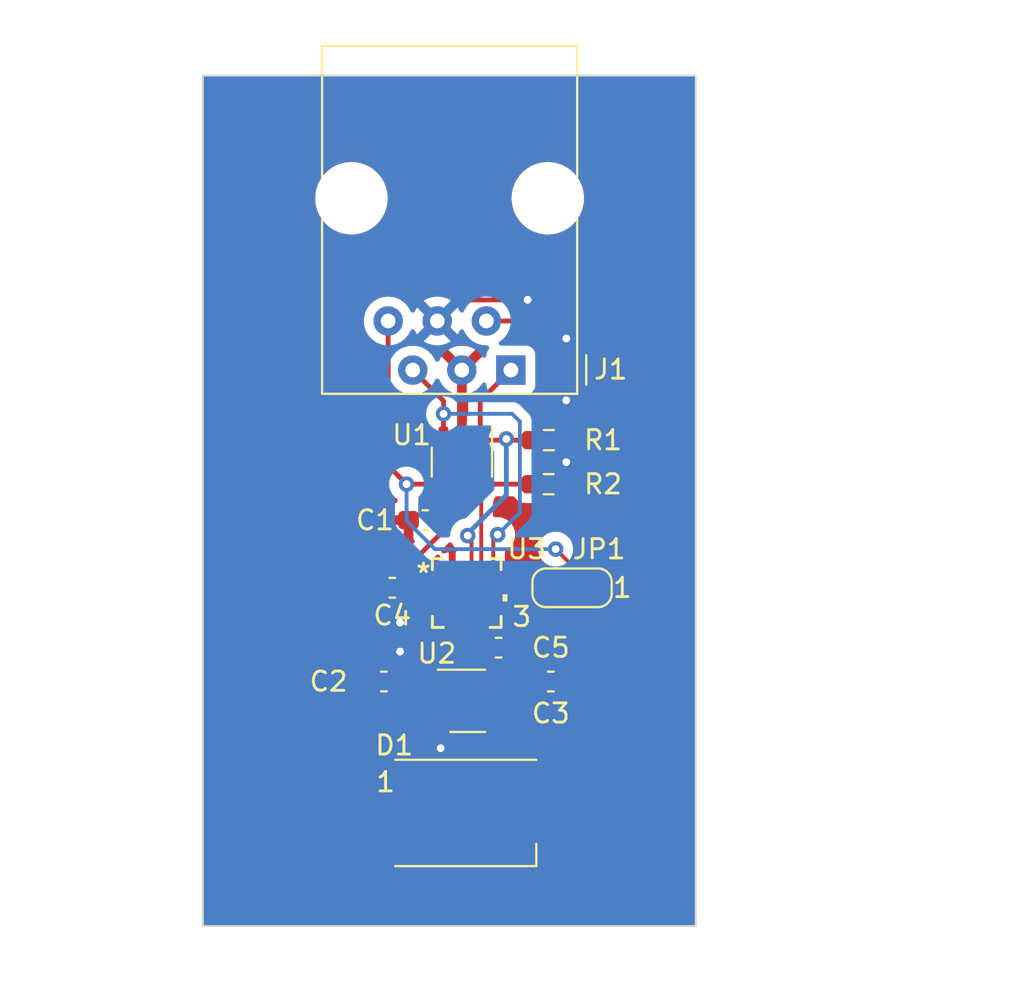
<source format=kicad_pcb>
(kicad_pcb (version 20221018) (generator pcbnew)
  (layers (0 "F.Cu" signal) (31 "B.Cu" signal) (34 "B.Paste" user) (35 "F.Paste" user) (36 "B.SilkS" user "B.Silkscreen") (37 "F.SilkS" user "F.Silkscreen") (38 "B.Mask" user) (39 "F.Mask" user) (44 "Edge.Cuts" user))
  (net 0 "")
  (net 1 "+3V3")
  (net 2 "GND")
  (net 3 "+1V8")
  (net 5 "Net-(D1-DIN)")
  (net 6 "/SCL")
  (net 7 "/SDA")
  (net 8 "/EXT1")
  (net 9 "/EXT2")
  (net 10 "Net-(JP1-B)")
  (footprint "Capacitor_SMD:C_0603_1608Metric_Pad1.08x0.95mm_HandSolder" (layer "F.Cu") (at 136.8625 102.35 180)
    (fp_text reference "C2" (at 2.8625 0) (layer "F.SilkS"))
    (fp_text value "1uF")
    (fp_line (start -0.146267 -0.51) (end 0.146267 -0.51) (stroke (width 0.12)) (layer "F.SilkS"))
    (fp_line (start -0.146267 0.51) (end 0.146267 0.51) (stroke (width 0.12)) (layer "F.SilkS"))
    (pad "1" smd roundrect (at -0.8625 0 180) (size 1.075 0.95) (layers "F.Cu" "F.Paste" "F.Mask") (net 1 "+3V3"))
    (pad "2" smd roundrect (at 0.8625 0 180) (size 1.075 0.95) (layers "F.Cu" "F.Paste" "F.Mask") (net 2 "GND"))
  )
  (footprint "Resistor_SMD:R_0603_1608Metric_Pad0.98x0.95mm_HandSolder" (layer "F.Cu") (at 145.3875 92.14 180)
    (fp_text reference "R2" (at -2.8125 0) (layer "F.SilkS"))
    (fp_text value "10K")
    (fp_line (start -0.254724 -0.5225) (end 0.254724 -0.5225) (stroke (width 0.12)) (layer "F.SilkS"))
    (fp_line (start -0.254724 0.5225) (end 0.254724 0.5225) (stroke (width 0.12)) (layer "F.SilkS"))
    (pad "1" smd roundrect (at -0.9125 0 180) (size 0.975 0.95) (layers "F.Cu" "F.Paste" "F.Mask") (net 1 "+3V3"))
    (pad "2" smd roundrect (at 0.9125 0 180) (size 0.975 0.95) (layers "F.Cu" "F.Paste" "F.Mask") (net 7 "/SDA"))
  )
  (footprint "Capacitor_SMD:C_0603_1608Metric_Pad1.08x0.95mm_HandSolder" (layer "F.Cu") (at 139 94 180)
    (fp_text reference "C1" (at 2.6 0) (layer "F.SilkS"))
    (fp_text value "100n")
    (fp_line (start -0.146267 -0.51) (end 0.146267 -0.51) (stroke (width 0.12)) (layer "F.SilkS"))
    (fp_line (start -0.146267 0.51) (end 0.146267 0.51) (stroke (width 0.12)) (layer "F.SilkS"))
    (pad "1" smd roundrect (at -0.8625 0 180) (size 1.075 0.95) (layers "F.Cu" "F.Paste" "F.Mask") (net 1 "+3V3"))
    (pad "2" smd roundrect (at 0.8625 0 180) (size 1.075 0.95) (layers "F.Cu" "F.Paste" "F.Mask") (net 2 "GND"))
  )
  (footprint "FIS1100:LGA16_FIS1100_ONS" (layer "F.Cu") (at 141.150063 97.7716)
    (fp_text reference "U3" (at 3.099937 -2.2716 unlocked) (layer "F.SilkS"))
    (fp_text value "FIS1100")
    (fp_text user "*" (at -2.2352 -1.000252) (layer "F.SilkS"))
    (fp_text user "*" (at -2.2352 -1.000252 unlocked) (layer "F.SilkS"))
    (fp_line (start -1.778 -1.778) (end -1.778 -1.209242) (stroke (width 0.1524)) (layer "F.SilkS"))
    (fp_line (start -1.778 1.209242) (end -1.778 1.778) (stroke (width 0.1524)) (layer "F.SilkS"))
    (fp_line (start -1.778 1.778) (end -1.209242 1.778) (stroke (width 0.1524)) (layer "F.SilkS"))
    (fp_line (start -1.209242 -1.778) (end -1.778 -1.778) (stroke (width 0.1524)) (layer "F.SilkS"))
    (fp_line (start 1.209242 1.778) (end 1.778 1.778) (stroke (width 0.1524)) (layer "F.SilkS"))
    (fp_line (start 1.778 -1.778) (end 1.209242 -1.778) (stroke (width 0.1524)) (layer "F.SilkS"))
    (fp_line (start 1.778 -1.209242) (end 1.778 -1.778) (stroke (width 0.1524)) (layer "F.SilkS"))
    (fp_line (start 1.778 1.778) (end 1.778 1.209242) (stroke (width 0.1524)) (layer "F.SilkS"))
    (fp_poly (pts (xy 2.1082 0.059563) (xy 2.1082 0.440563) (xy 1.8542 0.440563) (xy 1.8542 0.059563)) (fill solid) (layer "F.SilkS"))
    (pad "1" smd rect (at -1.3716 -0.750189 90) (size 0.3556 0.4572) (layers "F.Cu" "F.Paste" "F.Mask") (net 2 "GND"))
    (pad "2" smd rect (at -1.3716 -0.250063 90) (size 0.3556 0.4572) (layers "F.Cu" "F.Paste" "F.Mask") (net 1 "+3V3"))
    (pad "3" smd rect (at -1.3716 0.250063 90) (size 0.3556 0.4572) (layers "F.Cu" "F.Paste" "F.Mask") (net 2 "GND"))
    (pad "4" smd rect (at -1.3716 0.750189 90) (size 0.3556 0.4572) (layers "F.Cu" "F.Paste" "F.Mask"))
    (pad "5" smd rect (at -0.750189 1.3716) (size 0.3556 0.4572) (layers "F.Cu" "F.Paste" "F.Mask"))
    (pad "6" smd rect (at -0.250063 1.3716) (size 0.3556 0.4572) (layers "F.Cu" "F.Paste" "F.Mask"))
    (pad "7" smd rect (at 0.250063 1.3716) (size 0.3556 0.4572) (layers "F.Cu" "F.Paste" "F.Mask"))
    (pad "8" smd rect (at 0.750189 1.3716) (size 0.3556 0.4572) (layers "F.Cu" "F.Paste" "F.Mask") (net 3 "+1V8"))
    (pad "9" smd rect (at 1.3716 0.750189 90) (size 0.3556 0.4572) (layers "F.Cu" "F.Paste" "F.Mask") (net 2 "GND"))
    (pad "10" smd rect (at 1.3716 0.250063 90) (size 0.3556 0.4572) (layers "F.Cu" "F.Paste" "F.Mask") (net 2 "GND"))
    (pad "11" smd rect (at 1.3716 -0.250063 90) (size 0.3556 0.4572) (layers "F.Cu" "F.Paste" "F.Mask") (net 10 "Net-(JP1-B)"))
    (pad "12" smd rect (at 1.3716 -0.750189 90) (size 0.3556 0.4572) (layers "F.Cu" "F.Paste" "F.Mask") (net 8 "/EXT1"))
    (pad "13" smd rect (at 0.750189 -1.3716) (size 0.3556 0.4572) (layers "F.Cu" "F.Paste" "F.Mask") (net 7 "/SDA"))
    (pad "14" smd rect (at 0.250063 -1.3716) (size 0.3556 0.4572) (layers "F.Cu" "F.Paste" "F.Mask") (net 6 "/SCL"))
    (pad "15" smd rect (at -0.250063 -1.3716) (size 0.3556 0.4572) (layers "F.Cu" "F.Paste" "F.Mask") (net 2 "GND"))
    (pad "16" smd rect (at -0.750189 -1.3716) (size 0.3556 0.4572) (layers "F.Cu" "F.Paste" "F.Mask") (net 2 "GND"))
    (pad "17" smd rect (at 0 0) (size 0.5588 0.5588) (layers "F.Cu" "F.Paste" "F.Mask"))
  )
  (footprint "Connector_RJ:RJ12_Amphenol_54601" (layer "F.Cu") (at 143.435 86.235 180)
    (fp_text reference "J1" (at -5.165 0.035) (layer "F.SilkS"))
    (fp_text value "RJ25")
    (fp_line (start -3.9 0.77) (end -3.9 -0.76) (stroke (width 0.12)) (layer "F.SilkS"))
    (fp_line (start -3.43 -1.23) (end 9.77 -1.23) (stroke (width 0.12)) (layer "F.SilkS"))
    (fp_line (start -3.43 7.72) (end -3.43 7.79) (stroke (width 0.1)) (layer "F.SilkS"))
    (fp_line (start -3.43 7.79) (end -3.43 -1.23) (stroke (width 0.12)) (layer "F.SilkS"))
    (fp_line (start -3.43 16.77) (end -3.43 9.99) (stroke (width 0.12)) (layer "F.SilkS"))
    (fp_line (start 9.77 -1.23) (end 9.77 7.79) (stroke (width 0.12)) (layer "F.SilkS"))
    (fp_line (start 9.77 16.65) (end 9.77 16.77) (stroke (width 0.1)) (layer "F.SilkS"))
    (fp_line (start 9.77 16.76) (end 9.77 16.77) (stroke (width 0.1)) (layer "F.SilkS"))
    (fp_line (start 9.77 16.77) (end -3.43 16.77) (stroke (width 0.12)) (layer "F.SilkS"))
    (fp_line (start 9.77 16.77) (end 9.77 9.99) (stroke (width 0.12)) (layer "F.SilkS"))
    (pad "" np_thru_hole circle (at -1.91 8.89 180) (size 3.25 3.25) (drill 3.25) (layers "*.Cu" "*.Mask"))
    (pad "" np_thru_hole circle (at 8.25 8.89 180) (size 3.25 3.25) (drill 3.25) (layers "*.Cu" "*.Mask"))
    (pad "1" thru_hole rect (at 0 0 180) (size 1.52 1.52) (drill 0.76) (layers "*.Cu" "*.Mask") (net 6 "/SCL"))
    (pad "2" thru_hole circle (at 1.27 2.54 180) (size 1.52 1.52) (drill 0.76) (layers "*.Cu" "*.Mask") (net 7 "/SDA"))
    (pad "3" thru_hole circle (at 2.54 0 180) (size 1.52 1.52) (drill 0.76) (layers "*.Cu" "*.Mask") (net 2 "GND"))
    (pad "4" thru_hole circle (at 3.81 2.54 180) (size 1.52 1.52) (drill 0.76) (layers "*.Cu" "*.Mask") (net 1 "+3V3"))
    (pad "5" thru_hole circle (at 5.08 0 180) (size 1.52 1.52) (drill 0.76) (layers "*.Cu" "*.Mask") (net 8 "/EXT1"))
    (pad "6" thru_hole circle (at 6.35 2.54 180) (size 1.52 1.52) (drill 0.76) (layers "*.Cu" "*.Mask") (net 9 "/EXT2"))
  )
  (footprint "Capacitor_SMD:C_0603_1608Metric_Pad1.08x0.95mm_HandSolder" (layer "F.Cu") (at 137.3 97.5 180)
    (fp_text reference "C4" (at 0 -1.43) (layer "F.SilkS"))
    (fp_text value "100n")
    (fp_line (start -0.146267 -0.51) (end 0.146267 -0.51) (stroke (width 0.12)) (layer "F.SilkS"))
    (fp_line (start -0.146267 0.51) (end 0.146267 0.51) (stroke (width 0.12)) (layer "F.SilkS"))
    (pad "1" smd roundrect (at -0.8625 0 180) (size 1.075 0.95) (layers "F.Cu" "F.Paste" "F.Mask") (net 1 "+3V3"))
    (pad "2" smd roundrect (at 0.8625 0 180) (size 1.075 0.95) (layers "F.Cu" "F.Paste" "F.Mask") (net 2 "GND"))
  )
  (footprint "Resistor_SMD:R_0603_1608Metric_Pad0.98x0.95mm_HandSolder" (layer "F.Cu") (at 145.4 89.86 180)
    (fp_text reference "R1" (at -2.8 0) (layer "F.SilkS"))
    (fp_text value "10K")
    (fp_line (start -0.254724 -0.5225) (end 0.254724 -0.5225) (stroke (width 0.12)) (layer "F.SilkS"))
    (fp_line (start -0.254724 0.5225) (end 0.254724 0.5225) (stroke (width 0.12)) (layer "F.SilkS"))
    (pad "1" smd roundrect (at -0.9125 0 180) (size 0.975 0.95) (layers "F.Cu" "F.Paste" "F.Mask") (net 1 "+3V3"))
    (pad "2" smd roundrect (at 0.9125 0 180) (size 0.975 0.95) (layers "F.Cu" "F.Paste" "F.Mask") (net 6 "/SCL"))
  )
  (footprint "Jumper:SolderJumper-3_P1.3mm_Bridged12_RoundedPad1.0x1.5mm_NumberLabels" (layer "F.Cu") (at 146.6 97.5 180)
    (fp_text reference "JP1" (at -1.4 2) (layer "F.SilkS"))
    (fp_text value "SolderJumper_3_Bridged12")
    (fp_text user "1" (at -2.6 0) (layer "F.SilkS"))
    (fp_text user "3" (at 2.6 -1.5) (layer "F.SilkS"))
    (fp_poly (pts (xy -0.9 -0.3) (xy -0.4 -0.3) (xy -0.4 0.3) (xy -0.9 0.3)) (fill solid) (layer "F.Cu"))
    (fp_line (start -2.05 0.3) (end -2.05 -0.3) (stroke (width 0.12)) (layer "F.SilkS"))
    (fp_line (start -1.4 -1) (end 1.4 -1) (stroke (width 0.12)) (layer "F.SilkS"))
    (fp_line (start 1.4 1) (end -1.4 1) (stroke (width 0.12)) (layer "F.SilkS"))
    (fp_line (start 2.05 -0.3) (end 2.05 0.3) (stroke (width 0.12)) (layer "F.SilkS"))
    (fp_arc (start -2.05 -0.3) (mid -1.844975 -0.794975) (end -1.35 -1) (stroke (width 0.12)) (layer "F.SilkS"))
    (fp_arc (start -1.35 1) (mid -1.844975 0.794975) (end -2.05 0.3) (stroke (width 0.12)) (layer "F.SilkS"))
    (fp_arc (start 1.35 -1) (mid 1.844975 -0.794975) (end 2.05 -0.3) (stroke (width 0.12)) (layer "F.SilkS"))
    (fp_arc (start 2.05 0.3) (mid 1.844975 0.794975) (end 1.35 1) (stroke (width 0.12)) (layer "F.SilkS"))
    (pad "1" smd custom (at -1.3 0 180) (size 1 0.5) (layers "F.Cu" "F.Mask") (net 5 "Net-(D1-DIN)") (options (clearance outline) (anchor rect)) (primitives (gr_poly (pts (xy 0.55 0.75) (xy 0 0.75) (xy 0 -0.75) (xy 0.55 -0.75)) (width 0) (fill yes)) (gr_circle (center 0 0.25) (end 0.5 0.25) (width 0) (fill yes)) (gr_circle (center 0 -0.25) (end 0.5 -0.25) (width 0) (fill yes))))
    (pad "2" smd rect (at 0 0 180) (size 1 1.5) (layers "F.Cu" "F.Mask") (net 9 "/EXT2"))
    (pad "3" smd custom (at 1.3 0 180) (size 1 0.5) (layers "F.Cu" "F.Mask") (net 10 "Net-(JP1-B)") (options (clearance outline) (anchor rect)) (primitives (gr_circle (center 0 0.25) (end 0.5 0.25) (width 0) (fill yes)) (gr_circle (center 0 -0.25) (end 0.5 -0.25) (width 0) (fill yes)) (gr_poly (pts (xy 0 0.75) (xy -0.55 0.75) (xy -0.55 -0.75) (xy 0 -0.75)) (width 0) (fill yes))))
  )
  (footprint "Capacitor_SMD:C_0603_1608Metric_Pad1.08x0.95mm_HandSolder" (layer "F.Cu") (at 142.8 100.6)
    (fp_text reference "C5" (at 2.7 0) (layer "F.SilkS"))
    (fp_text value "100n")
    (fp_line (start -0.146267 -0.51) (end 0.146267 -0.51) (stroke (width 0.12)) (layer "F.SilkS"))
    (fp_line (start -0.146267 0.51) (end 0.146267 0.51) (stroke (width 0.12)) (layer "F.SilkS"))
    (pad "1" smd roundrect (at -0.8625 0) (size 1.075 0.95) (layers "F.Cu" "F.Paste" "F.Mask") (net 3 "+1V8"))
    (pad "2" smd roundrect (at 0.8625 0) (size 1.075 0.95) (layers "F.Cu" "F.Paste" "F.Mask") (net 2 "GND"))
  )
  (footprint "Capacitor_SMD:C_0603_1608Metric_Pad1.08x0.95mm_HandSolder" (layer "F.Cu") (at 145.5 102.35)
    (fp_text reference "C3" (at 0 1.65) (layer "F.SilkS"))
    (fp_text value "1uF")
    (fp_line (start -0.146267 -0.51) (end 0.146267 -0.51) (stroke (width 0.12)) (layer "F.SilkS"))
    (fp_line (start -0.146267 0.51) (end 0.146267 0.51) (stroke (width 0.12)) (layer "F.SilkS"))
    (pad "1" smd roundrect (at -0.8625 0) (size 1.075 0.95) (layers "F.Cu" "F.Paste" "F.Mask") (net 3 "+1V8"))
    (pad "2" smd roundrect (at 0.8625 0) (size 1.075 0.95) (layers "F.Cu" "F.Paste" "F.Mask") (net 2 "GND"))
  )
  (footprint "Package_SO:SC-74-6_1.5x2.9mm_P0.95mm" (layer "F.Cu") (at 140.9 91 -90)
    (fp_text reference "U1" (at -1.4 2.6 -180) (layer "F.SilkS"))
    (fp_text value "D1213A-04SO-7")
    (fp_line (start 0 -1.56) (end -1.85 -1.56) (stroke (width 0.12)) (layer "F.SilkS"))
    (fp_line (start 0 -1.56) (end 0.75 -1.56) (stroke (width 0.12)) (layer "F.SilkS"))
    (fp_line (start 0 1.56) (end -0.75 1.56) (stroke (width 0.12)) (layer "F.SilkS"))
    (fp_line (start 0 1.56) (end 0.75 1.56) (stroke (width 0.12)) (layer "F.SilkS"))
    (pad "1" smd roundrect (at -1.1375 -0.95 270) (size 1.425 0.5) (layers "F.Cu" "F.Paste" "F.Mask") (net 6 "/SCL"))
    (pad "2" smd roundrect (at -1.1375 0 270) (size 1.425 0.5) (layers "F.Cu" "F.Paste" "F.Mask") (net 2 "GND"))
    (pad "3" smd roundrect (at -1.1375 0.95 270) (size 1.425 0.5) (layers "F.Cu" "F.Paste" "F.Mask") (net 8 "/EXT1"))
    (pad "4" smd roundrect (at 1.1375 0.95 270) (size 1.425 0.5) (layers "F.Cu" "F.Paste" "F.Mask") (net 9 "/EXT2"))
    (pad "5" smd roundrect (at 1.1375 0 270) (size 1.425 0.5) (layers "F.Cu" "F.Paste" "F.Mask") (net 1 "+3V3"))
    (pad "6" smd roundrect (at 1.1375 -0.95 270) (size 1.425 0.5) (layers "F.Cu" "F.Paste" "F.Mask") (net 7 "/SDA"))
  )
  (footprint "LED_SMD:LED_WS2812B_PLCC4_5.0x5.0mm_P3.2mm" (layer "F.Cu") (at 141.1 109.15)
    (fp_text reference "D1" (at -3.7 -3.5) (layer "F.SilkS"))
    (fp_text value "WS2812B")
    (fp_text user "1" (at -4.15 -1.6) (layer "F.SilkS"))
    (fp_line (start -3.65 -2.75) (end 3.65 -2.75) (stroke (width 0.12)) (layer "F.SilkS"))
    (fp_line (start -3.65 2.75) (end 3.65 2.75) (stroke (width 0.12)) (layer "F.SilkS"))
    (fp_line (start 3.65 2.75) (end 3.65 1.6) (stroke (width 0.12)) (layer "F.SilkS"))
    (pad "1" smd rect (at -2.45 -1.65) (size 1.5 0.9) (layers "F.Cu" "F.Paste" "F.Mask") (net 1 "+3V3"))
    (pad "2" smd rect (at -2.45 1.65) (size 1.5 0.9) (layers "F.Cu" "F.Paste" "F.Mask"))
    (pad "3" smd rect (at 2.45 1.65) (size 1.5 0.9) (layers "F.Cu" "F.Paste" "F.Mask") (net 2 "GND"))
    (pad "4" smd rect (at 2.45 -1.65) (size 1.5 0.9) (layers "F.Cu" "F.Paste" "F.Mask") (net 5 "Net-(D1-DIN)"))
  )
  (footprint "Package_TO_SOT_SMD:SOT-23-5_HandSoldering" (layer "F.Cu") (at 141.2 103.35)
    (fp_text reference "U2" (at -1.6 -2.45) (layer "F.SilkS"))
    (fp_text value "MIC94310")
    (fp_line (start -0.9 1.61) (end 0.9 1.61) (stroke (width 0.12)) (layer "F.SilkS"))
    (fp_line (start 0.9 -1.61) (end -1.55 -1.61) (stroke (width 0.12)) (layer "F.SilkS"))
    (pad "1" smd rect (at -1.35 -0.95) (size 1.56 0.65) (layers "F.Cu" "F.Paste" "F.Mask") (net 1 "+3V3"))
    (pad "2" smd rect (at -1.35 0) (size 1.56 0.65) (layers "F.Cu" "F.Paste" "F.Mask") (net 2 "GND"))
    (pad "3" smd rect (at -1.35 0.95) (size 1.56 0.65) (layers "F.Cu" "F.Paste" "F.Mask") (net 1 "+3V3"))
    (pad "4" smd rect (at 1.35 0.95) (size 1.56 0.65) (layers "F.Cu" "F.Paste" "F.Mask"))
    (pad "5" smd rect (at 1.35 -0.95) (size 1.56 0.65) (layers "F.Cu" "F.Paste" "F.Mask") (net 3 "+1V8"))
  )
  (gr_rect (start 127.5 71) (end 153 115) (stroke (width 0.1)) (fill none) (layer "Edge.Cuts"))
  (segment (start 137.725 102.35) (end 137.725 100.825) (width 0.25) (layer "F.Cu") (net 1))
  (segment (start 146.3 87.8) (end 146.3 89.8475) (width 0.25) (layer "F.Cu") (net 1))
  (segment (start 139.85 105.75) (end 139.85 104.3) (width 0.25) (layer "F.Cu") (net 1))
  (segment (start 146.3125 91.0125) (end 146.3125 92.1275) (width 0.25) (layer "F.Cu") (net 1))
  (segment (start 146.3 89.8475) (end 146.3125 89.86) (width 0.25) (layer "F.Cu") (net 1))
  (segment (start 146.3 91) (end 146.3125 91.0125) (width 0.25) (layer "F.Cu") (net 1))
  (segment (start 139.85 105.85) (end 139.8 105.8) (width 0.25) (layer "F.Cu") (net 1))
  (segment (start 139.8 105.8) (end 139.85 105.75) (width 0.25) (layer "F.Cu") (net 1))
  (segment (start 139.8625 94.6375) (end 138.1625 96.3375) (width 0.25) (layer "F.Cu") (net 1))
  (segment (start 139.85 106.3) (end 139.85 105.85) (width 0.25) (layer "F.Cu") (net 1))
  (segment (start 137.7 99.3) (end 137.725 99.275) (width 0.25) (layer "F.Cu") (net 1))
  (segment (start 140.9 92.9625) (end 139.8625 94) (width 0.25) (layer "F.Cu") (net 1))
  (segment (start 146.3 84.6) (end 146.3 87.8) (width 0.25) (layer "F.Cu") (net 1))
  (segment (start 146.3125 92.1275) (end 146.3 92.14) (width 0.25) (layer "F.Cu") (net 1))
  (segment (start 140.9 92.1375) (end 140.9 92.9625) (width 0.25) (layer "F.Cu") (net 1))
  (segment (start 137.725 99.325) (end 137.7 99.3) (width 0.25) (layer "F.Cu") (net 1))
  (segment (start 138.65 107.5) (end 139.85 106.3) (width 0.25) (layer "F.Cu") (net 1))
  (segment (start 139.756926 97.5) (end 139.778463 97.521537) (width 0.2) (layer "F.Cu") (net 1))
  (segment (start 137.725 99.275) (end 137.725 97.9375) (width 0.25) (layer "F.Cu") (net 1))
  (segment (start 139.625 83.695) (end 140.71 82.61) (width 0.25) (layer "F.Cu") (net 1))
  (segment (start 144.3 82.6) (end 144.31 82.61) (width 0.25) (layer "F.Cu") (net 1))
  (segment (start 138.1625 97.5) (end 139.756926 97.5) (width 0.2) (layer "F.Cu") (net 1))
  (segment (start 137.725 97.9375) (end 138.1625 97.5) (width 0.25) (layer "F.Cu") (net 1))
  (segment (start 137.725 100.775) (end 137.725 99.325) (width 0.25) (layer "F.Cu") (net 1))
  (segment (start 140.71 82.61) (end 144.3 82.6) (width 0.25) (layer "F.Cu") (net 1))
  (segment (start 137.725 100.825) (end 137.7 100.8) (width 0.25) (layer "F.Cu") (net 1))
  (segment (start 137.7 100.8) (end 137.725 100.775) (width 0.25) (layer "F.Cu") (net 1))
  (segment (start 144.31 82.61) (end 146.3 84.6) (width 0.25) (layer "F.Cu") (net 1))
  (segment (start 139.8625 94) (end 139.8625 94.6375) (width 0.25) (layer "F.Cu") (net 1))
  (segment (start 146.3125 90.9875) (end 146.3 91) (width 0.25) (layer "F.Cu") (net 1))
  (segment (start 137.725 102.35) (end 139.8 102.35) (width 0.25) (layer "F.Cu") (net 1))
  (segment (start 146.3125 89.86) (end 146.3125 90.9875) (width 0.25) (layer "F.Cu") (net 1))
  (segment (start 138.1625 96.3375) (end 138.1625 97.5) (width 0.25) (layer "F.Cu") (net 1))
  (segment (start 139.8 102.35) (end 139.85 102.4) (width 0.25) (layer "F.Cu") (net 1))
  (via (at 137.7 99.3) (size 0.8) (drill 0.4) (layers "F.Cu" "B.Cu") (net 1))
  (via (at 146.3 91) (size 0.8) (drill 0.4) (layers "F.Cu" "B.Cu") (net 1))
  (via (at 146.3 87.8) (size 0.8) (drill 0.4) (layers "F.Cu" "B.Cu") (net 1))
  (via (at 137.7 100.8) (size 0.8) (drill 0.4) (layers "F.Cu" "B.Cu") (net 1))
  (via (at 144.3 82.6) (size 0.8) (drill 0.4) (layers "F.Cu" "B.Cu") (net 1))
  (via (at 139.8 105.8) (size 0.8) (drill 0.4) (layers "F.Cu" "B.Cu") (net 1))
  (via (at 146.3 84.6) (size 0.8) (drill 0.4) (layers "F.Cu" "B.Cu") (net 1))
  (segment (start 143.421789 98.521789) (end 143.7 98.8) (width 0.2) (layer "F.Cu") (net 2))
  (segment (start 142.521663 98.721663) (end 143 99.2) (width 0.2) (layer "F.Cu") (net 2))
  (segment (start 142.521663 98.521789) (end 142.521663 98.721663) (width 0.2) (layer "F.Cu") (net 2))
  (segment (start 140.278337 98.021663) (end 139.778463 98.021663) (width 0.2) (layer "F.Cu") (net 2))
  (segment (start 140.399874 96.4) (end 139.781137 97.018737) (width 0.25) (layer "F.Cu") (net 2))
  (segment (start 139.778463 97.021411) (end 140.321411 97.021411) (width 0.2) (layer "F.Cu") (net 2))
  (segment (start 140.4 98.152301) (end 140.769488 98.521789) (width 0.2) (layer "F.Cu") (net 2))
  (segment (start 140.4 97.1) (end 140.4 97.9) (width 0.2) (layer "F.Cu") (net 2))
  (segment (start 140.4 97.9) (end 140.278337 98.021663) (width 0.2) (layer "F.Cu") (net 2))
  (segment (start 140.9 86.24) (end 140.895 86.235) (width 0.5) (layer "F.Cu") (net 2))
  (segment (start 140.9 89.8625) (end 140.9 86.24) (width 0.5) (layer "F.Cu") (net 2))
  (segment (start 139.781137 97.018737) (end 139.778463 97.018737) (width 0.25) (layer "F.Cu") (net 2))
  (segment (start 142.521663 98.521789) (end 143.421789 98.521789) (width 0.2) (layer "F.Cu") (net 2))
  (segment (start 140.769488 98.521789) (end 142.521663 98.521789) (width 0.2) (layer "F.Cu") (net 2))
  (segment (start 140.321411 97.021411) (end 140.4 97.1) (width 0.2) (layer "F.Cu") (net 2))
  (segment (start 140.399874 96.4) (end 140.897326 96.4) (width 0.25) (layer "F.Cu") (net 2))
  (segment (start 140.4 97.9) (end 140.4 98.152301) (width 0.2) (layer "F.Cu") (net 2))
  (segment (start 142.521663 98.521789) (end 142.521663 98.024337) (width 0.25) (layer "F.Cu") (net 2))
  (segment (start 144.5875 102.4) (end 144.6375 102.35) (width 0.25) (layer "F.Cu") (net 3))
  (segment (start 142.55 101.2125) (end 141.9375 100.6) (width 0.25) (layer "F.Cu") (net 3))
  (segment (start 141.900252 100.562752) (end 141.9375 100.6) (width 0.2) (layer "F.Cu") (net 3))
  (segment (start 142.55 102.4) (end 144.5875 102.4) (width 0.25) (layer "F.Cu") (net 3))
  (segment (start 142.55 102.4) (end 142.55 101.2125) (width 0.25) (layer "F.Cu") (net 3))
  (segment (start 141.900252 99.1432) (end 141.900252 100.562752) (width 0.2) (layer "F.Cu") (net 3))
  (segment (start 146.5 107.5) (end 147.9 106.1) (width 0.2) (layer "F.Cu") (net 5))
  (segment (start 143.55 107.5) (end 146.5 107.5) (width 0.2) (layer "F.Cu") (net 5))
  (segment (start 147.9 106.1) (end 147.9 97.5) (width 0.2) (layer "F.Cu") (net 5))
  (segment (start 141.85 87.82) (end 143.435 86.235) (width 0.25) (layer "F.Cu") (net 6))
  (segment (start 143.2625 89.8625) (end 144.085 89.8625) (width 0.25) (layer "F.Cu") (net 6))
  (segment (start 141.85 89.8625) (end 143.1375 89.8625) (width 0.25) (layer "F.Cu") (net 6))
  (segment (start 141.2 94.8) (end 141.1 94.8) (width 0.2) (layer "F.Cu") (net 6))
  (segment (start 141.400126 96.4) (end 141.400126 95.000126) (width 0.2) (layer "F.Cu") (net 6))
  (segment (start 141.85 89.8625) (end 141.85 87.82) (width 0.25) (layer "F.Cu") (net 6))
  (segment (start 144.485 89.8625) (end 144.4875 89.86) (width 0.25) (layer "F.Cu") (net 6))
  (segment (start 143.2 89.8) (end 143.2625 89.8625) (width 0.25) (layer "F.Cu") (net 6))
  (segment (start 143.1375 89.8625) (end 143.2 89.8) (width 0.25) (layer "F.Cu") (net 6))
  (segment (start 141.400126 95.000126) (end 141.2 94.8) (width 0.2) (layer "F.Cu") (net 6))
  (via (at 141.2 94.8) (size 0.8) (drill 0.4) (layers "F.Cu" "B.Cu") (net 6))
  (via (at 143.2 89.8) (size 0.8) (drill 0.4) (layers "F.Cu" "B.Cu") (net 6))
  (segment (start 143.2 92.7) (end 141.1 94.8) (width 0.25) (layer "B.Cu") (net 6))
  (segment (start 143.2 89.8) (end 143.2 92.7) (width 0.25) (layer "B.Cu") (net 6))
  (segment (start 141.900252 92.187752) (end 141.85 92.1375) (width 0.2) (layer "F.Cu") (net 7))
  (segment (start 143.995 83.695) (end 145.4 85.1) (width 0.25) (layer "F.Cu") (net 7))
  (segment (start 141.900252 96.4) (end 141.900252 92.187752) (width 0.2) (layer "F.Cu") (net 7))
  (segment (start 144.4725 92.1375) (end 144.475 92.14) (width 0.25) (layer "F.Cu") (net 7))
  (segment (start 145.4 91.215) (end 144.475 92.14) (width 0.25) (layer "F.Cu") (net 7))
  (segment (start 141.85 92.1375) (end 141.902926 92.190426) (width 0.25) (layer "F.Cu") (net 7))
  (segment (start 145.4 85.1) (end 145.4 91.215) (width 0.25) (layer "F.Cu") (net 7))
  (segment (start 142.165 83.695) (end 143.995 83.695) (width 0.25) (layer "F.Cu") (net 7))
  (segment (start 141.85 92.1375) (end 144.0725 92.1375) (width 0.25) (layer "F.Cu") (net 7))
  (segment (start 142.521663 97.021411) (end 142.521663 94.978337) (width 0.2) (layer "F.Cu") (net 8))
  (segment (start 142.521663 94.978337) (end 142.75 94.75) (width 0.2) (layer "F.Cu") (net 8))
  (segment (start 139.95 87.83) (end 138.355 86.235) (width 0.25) (layer "F.Cu") (net 8))
  (segment (start 139.95 89.8625) (end 139.95 88.5) (width 0.25) (layer "F.Cu") (net 8))
  (segment (start 139.95 88.5) (end 139.95 87.83) (width 0.25) (layer "F.Cu") (net 8))
  (via (at 139.95 88.5) (size 0.8) (drill 0.4) (layers "F.Cu" "B.Cu") (net 8))
  (via (at 142.75 94.75) (size 0.8) (drill 0.4) (layers "F.Cu" "B.Cu") (net 8))
  (segment (start 143.9 93.6) (end 143.9 88.9) (width 0.2) (layer "B.Cu") (net 8))
  (segment (start 143.9 88.9) (end 143.5 88.5) (width 0.2) (layer "B.Cu") (net 8))
  (segment (start 142.75 94.75) (end 143.9 93.6) (width 0.2) (layer "B.Cu") (net 8))
  (segment (start 143.5 88.5) (end 139.95 88.5) (width 0.2) (layer "B.Cu") (net 8))
  (segment (start 138.0375 92.1375) (end 139.95 92.1375) (width 0.25) (layer "F.Cu") (net 9))
  (segment (start 137.085 83.695) (end 137.085 91.185) (width 0.25) (layer "F.Cu") (net 9))
  (segment (start 146.6 96.35) (end 146.6 97.5) (width 0.2) (layer "F.Cu") (net 9))
  (segment (start 137.085 91.185) (end 138.0375 92.1375) (width 0.25) (layer "F.Cu") (net 9))
  (segment (start 138.0375 92.1375) (end 138.05 92.15) (width 0.25) (layer "F.Cu") (net 9))
  (segment (start 145.75 95.5) (end 146.6 96.35) (width 0.2) (layer "F.Cu") (net 9))
  (via (at 145.75 95.5) (size 0.8) (drill 0.4) (layers "F.Cu" "B.Cu") (net 9))
  (via (at 138.0375 92.1375) (size 0.8) (drill 0.4) (layers "F.Cu" "B.Cu") (net 9))
  (segment (start 139.5 95.5) (end 138.0375 94.0375) (width 0.2) (layer "B.Cu") (net 9))
  (segment (start 145.75 95.5) (end 139.5 95.5) (width 0.2) (layer "B.Cu") (net 9))
  (segment (start 138.0375 94.0375) (end 138.0375 92.1375) (width 0.2) (layer "B.Cu") (net 9))
  (segment (start 142.5432 97.5) (end 142.521663 97.521537) (width 0.2) (layer "F.Cu") (net 10))
  (segment (start 145.3 97.5) (end 142.5432 97.5) (width 0.2) (layer "F.Cu") (net 10))
  (zone (net 2) (net_name "GND") (layer "F.Cu") (connect_pads (clearance 0.5)) (min_thickness 0.25) (fill yes (thermal_gap 0.5) (thermal_bridge_width 0.5))
    (polygon (pts (xy 117 68) (xy 164 68) (xy 164 119) (xy 117 119)))
  )
  (zone (net 1) (net_name "+3V3") (layer "B.Cu") (priority 1) (connect_pads (clearance 0.5)) (min_thickness 0.25) (fill yes (thermal_gap 0.5) (thermal_bridge_width 0.5))
    (polygon (pts (xy 170 69) (xy 120 69) (xy 120 117) (xy 170 117)))
  )
)
</source>
